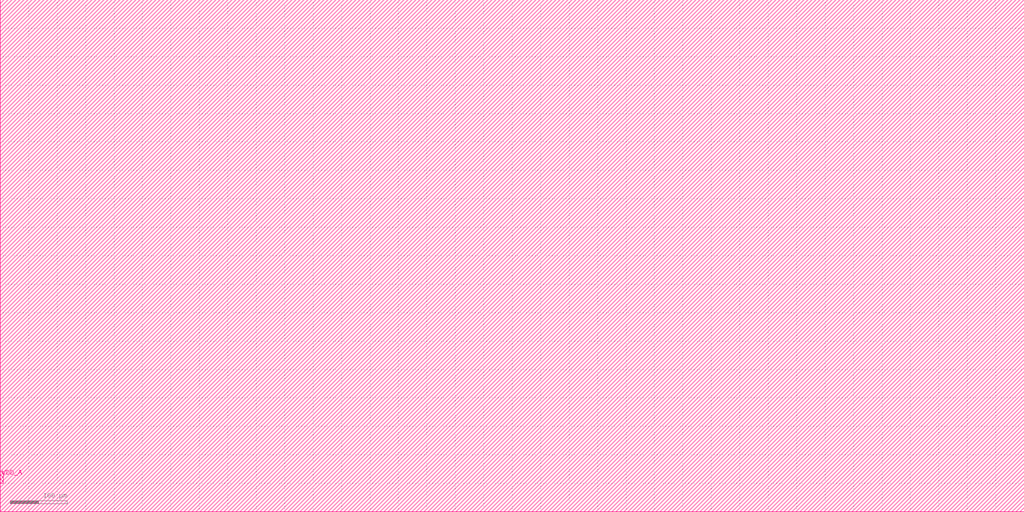
<source format=lef>
VERSION 5.5 ;
NAMESCASESENSITIVE ON ;
#BUSBITCHARS "d" ;
#DIVIDERCHAR "/" ;

SITE unit
  CLASS CORE ;
  SYMMETRY X Y ;
  SIZE 0.2 BY 1.8 ;
END unit


MACRO block1
  CLASS BLOCK ;
  ORIGIN 0 0 ;
  SIZE 1000 BY 500 ;
  SYMMETRY X Y R90 ;

  PIN VDD_A
    DIRECTION INOUT ;
    USE POWER ;
    PORT
    LAYER METAL5 ;
       RECT 0 10 5 60 ;
    LAYER METAL6 ;
       RECT 0 10 5 60 ;
    END 
  END VDD_A
  PIN VDD_B
    DIRECTION INOUT ;
    USE POWER ;
    PORT
    LAYER METAL5 ;
       RECT 0 200 5 250 ;
    LAYER METAL6 ;
       RECT 0 200 5 250 ;
    END
  END VDD_B

  OBS
    LAYER METAL1 ;
       RECT 0 0 1000 500 ;
    LAYER METAL2 ;
       RECT 0 0 1000 500 ;
    LAYER METAL3 ;
       RECT 0 0 1000 500 ;
    LAYER METAL4 ;
       RECT 0 0 1000 500 ;
    LAYER METAL5 ;
       RECT 0 0 1000 500 ;
    LAYER METAL6 ;
       RECT 0 0 1000 500 ;
  END
END block1
  
MACRO block2
  CLASS BLOCK ;
  ORIGIN 0 0 ;
  SIZE 700 BY 600 ;
  SYMMETRY X Y R90 ;

  PIN VDD_A
    DIRECTION INOUT ;
    USE POWER ;
    PORT
    LAYER METAL5 ;
       RECT 0 100 5 150 ;
    LAYER METAL6 ;
       RECT 0 100 5 150 ;
    END
  END VDD_A

  OBS
    LAYER METAL1 ;
       RECT 0 0 700 600 ;
    LAYER METAL2 ;
       RECT 0 0 700 600 ;
    LAYER METAL3 ;
       RECT 0 0 700 600 ;
    LAYER METAL4 ;
       RECT 0 0 700 600 ;
    LAYER METAL5 ;
       RECT 0 0 700 600 ;
    LAYER METAL6 ;
       RECT 0 0 700 600 ;
  END
END block2

MACRO block3
  CLASS BLOCK ;
  ORIGIN 0 0 ;
  SIZE 500 BY 500 ;
  SYMMETRY X Y R90 ;

  PIN VDD_A
    DIRECTION INOUT ;
    USE POWER ;
    PORT
    LAYER METAL4 ;
       RECT 0 50 5 100 ;
    LAYER METAL5 ;
       RECT 0 50 5 100 ;
    END
  END VDD_A

  OBS
    LAYER METAL1 ;
       RECT 0 0 500 500 ;
    LAYER METAL2 ;
       RECT 0 0 500 500 ;
    LAYER METAL3 ;
       RECT 0 0 500 500 ;
    LAYER METAL4 ;
       RECT 0 0 500 500 ;
    LAYER METAL5 ;
       RECT 0 0 500 500 ;
  END
END block3

MACRO block4
  CLASS BLOCK ;
  ORIGIN 0 0 ;
  SIZE 200 BY 200 ;
  SYMMETRY X Y R90 ;

  PIN VDD_A
    DIRECTION INOUT ;
    USE POWER ;
    PORT
    LAYER METAL3 ;
       RECT 0 80 5 120 ;
    LAYER METAL4 ;
       RECT 0 80 5 120 ;
    END
  END VDD_A

  OBS
    LAYER METAL1 ;
       RECT 0 0 200 200 ;
    LAYER METAL2 ;
       RECT 0 0 200 200 ;
    LAYER METAL3 ;
       RECT 0 0 200 200 ;
    LAYER METAL4 ;
       RECT 0 0 200 200 ;
  END
END block4

MACRO block5
  CLASS BLOCK ;
  ORIGIN 0 0 ;
  SIZE 200 BY 1000 ;
  SYMMETRY X Y R90 ;

  PIN VDD_A
    DIRECTION INOUT ;
    USE POWER ;
    PORT
    LAYER METAL5 ;
       RECT 0 200 5 250 ;
    LAYER METAL6 ;
       RECT 0 200 5 250 ;
    END
  END VDD_A
  PIN VDD_B
    DIRECTION INOUT ;
    USE POWER ;
    PORT
    LAYER METAL5 ;
       RECT 0 400 5 450 ;
    LAYER METAL6 ;
       RECT 0 400 5 450 ;
    END
  END VDD_B

  OBS
    LAYER METAL1 ;
       RECT 0 0 200 1000 ;
    LAYER METAL2 ;
       RECT 0 0 200 1000 ;
    LAYER METAL3 ;
       RECT 0 0 200 1000 ;
    LAYER METAL4 ;
       RECT 0 0 200 1000 ;
    LAYER METAL5 ;
       RECT 0 0 200 1000 ;
    LAYER METAL6 ;
       RECT 0 0 200 1000 ;
  END
END block5

MACRO block6
  CLASS BLOCK ;
  ORIGIN 0 0 ;
  SIZE 200 BY 1000 ;
  SYMMETRY X Y R90 ;

  PIN VDD_A
    DIRECTION INOUT ;
    USE POWER ;
    PORT
    LAYER METAL4 ;
       RECT 0 200 5 250 ;
    LAYER METAL5 ;
       RECT 0 200 5 250 ;
    END
  END VDD_A
  PIN VDD_B
    DIRECTION INOUT ;
    USE POWER ;
    PORT
    LAYER METAL4 ;
       RECT 0 400 5 450 ;
    LAYER METAL5 ;
       RECT 0 400 5 450 ;
    END
  END VDD_B

  OBS
    LAYER METAL1 ;
       RECT 0 0 200 1000 ;
    LAYER METAL2 ;
       RECT 0 0 200 1000 ;
    LAYER METAL3 ;
       RECT 0 0 200 1000 ;
    LAYER METAL4 ;
       RECT 0 0 200 1000 ;
    LAYER METAL5 ;
       RECT 0 0 200 1000 ;
  END
END block6

MACRO block8
  CLASS BLOCK ;
  ORIGIN 0 0 ;
  SIZE 1800 BY 900 ;
  SYMMETRY X Y R90 ;

  PIN VDD_A
    DIRECTION INOUT ;
    USE POWER ;
    PORT
    LAYER METAL6 ;
       RECT 0 50 5 70 ;
    END
  END VDD_A

  OBS
    LAYER METAL6 ;
       RECT 0 0 1800 900 ;
  END
END block8

MACRO block7
  CLASS BLOCK ;
  ORIGIN 0 0 ;
  SIZE 100 BY 200 ;
  SYMMETRY X Y R90 ;

  PIN VDD_A
    DIRECTION INOUT ;
    USE POWER ;
    PORT
    LAYER METAL5 ;
       RECT 0 50 5 70 ;
    LAYER METAL6 ;
       RECT 0 50 5 70 ;
    END
  END VDD_A

  OBS
    LAYER METAL1 ;
       RECT 0 0 100 200 ;
    LAYER METAL2 ;
       RECT 0 0 100 200 ;
    LAYER METAL3 ;
       RECT 0 0 100 200 ;
    LAYER METAL4 ;
       RECT 0 0 100 200 ;
    LAYER METAL5 ;
       RECT 0 0 100 200 ;
    LAYER METAL6 ;
       RECT 0 0 100 200 ;
  END
END block7

MACRO block9
  CLASS BLOCK ;
  ORIGIN 0 0 ;
  SIZE 250 BY 700 ;
  SYMMETRY X Y R90 ;

  PIN VDD_A
    DIRECTION INOUT ;
    USE POWER ;
    PORT
    LAYER METAL5 ;
       RECT 0 150 5 180 ;
    LAYER METAL6 ;
       RECT 0 150 5 180 ;
    END
  END VDD_A
  PIN VDD_B
    DIRECTION INOUT ;
    USE POWER ;
    PORT
    LAYER METAL5 ;
       RECT 0 250 5 280 ;
    LAYER METAL6 ;
       RECT 0 250 5 280 ;
    END
  END VDD_B
  PIN VDD_C
    DIRECTION INOUT ;
    USE POWER ;
    PORT
    LAYER METAL5 ;
       RECT 0 350 5 380 ;
    LAYER METAL6 ;
       RECT 0 350 5 380 ;
    END
  END VDD_C
  PIN VDD_D
    DIRECTION INOUT ;
    USE POWER ;
    PORT
    LAYER METAL5 ;
       RECT 0 450 5 480 ;
    LAYER METAL6 ;
       RECT 0 450 5 480 ;
    END
  END VDD_D
  PIN VDD_E
    DIRECTION INOUT ;
    USE POWER ;
    PORT
    LAYER METAL5 ;
       RECT 0 550 5 580 ;
    LAYER METAL6 ;
       RECT 0 550 5 580 ;
    END
  END VDD_E

  OBS
    LAYER METAL1 ;
       RECT 0 0 250 700 ;
    LAYER METAL2 ; 
       RECT 0 0 250 700 ;
    LAYER METAL3 ; 
       RECT 0 0 250 700 ;
    LAYER METAL4 ;
       RECT 0 0 250 700 ;
    LAYER METAL5 ;
       RECT 0 0 250 700 ;
    LAYER METAL6 ;
       RECT 0 0 250 700 ;
  END  
END block9


END LIBRARY

</source>
